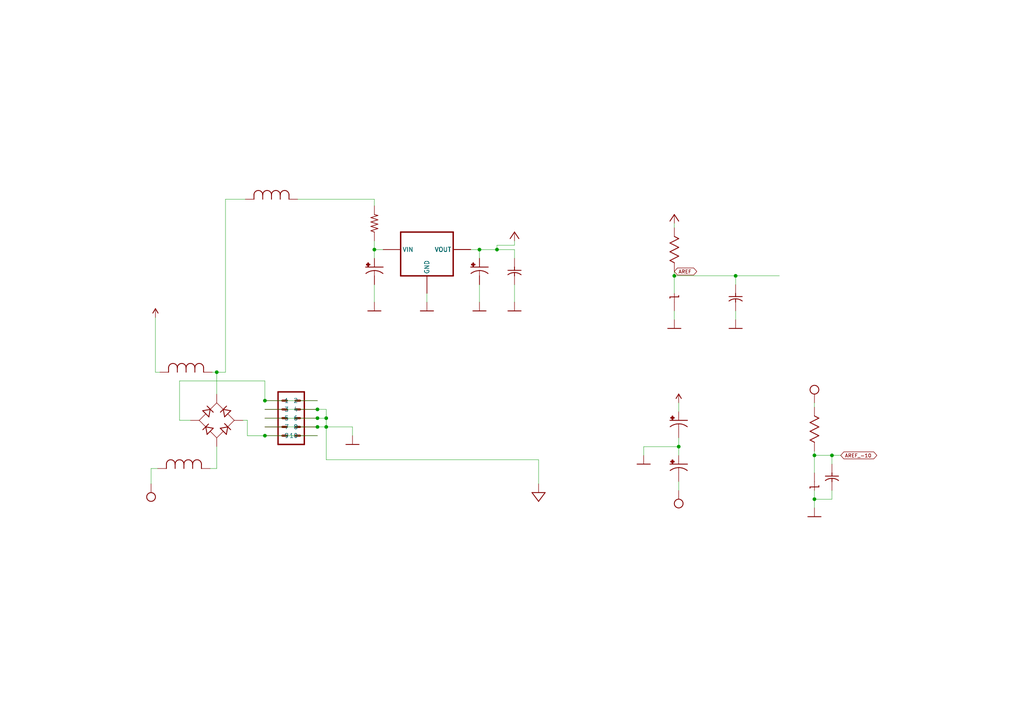
<source format=kicad_sch>
(kicad_sch (version 20231120) (generator "eeschema") (generator_version "8.0")
  (paper "A4")
  (lib_symbols
    (symbol "ubraidsII-eagle-import:+3V3" (power)
      (symbol "+3V3_1_0"
        (polyline (pts (xy 0 0.952) (xy -1.27 -0.952)) (stroke (width 0.254)))
        (polyline (pts (xy 1.27 -0.952) (xy 0 0.952)) (stroke (width 0.254)))
        (pin power_in line (at 0 -1.588 90) (length 2.54) (name "+3V3") (number "1"))
      )
    )
    (symbol "ubraidsII-eagle-import:CAP_0603"
      (symbol "CAP_0603_1_0"
        (polyline (pts (xy -1.27 0) (xy -0.33 0)) (stroke (width 0.25)))
        (polyline (pts (xy -0.33 -1.905) (xy -0.33 1.905)) (stroke (width 0.25)))
        (polyline (pts (xy 0.305 0) (xy 1.27 0)) (stroke (width 0.25)))
        (arc (start 0.944 1.911) (mid 0.3044 0.0001) (end 0.9439 -1.9109) (stroke (width 0.254)))
        (pin passive line (at -3.81 0 0) (length 2.54) (name "1") (number "1"))
        (pin passive line (at 3.81 0 180) (length 2.54) (name "2") (number "2"))
      )
    )
    (symbol "ubraidsII-eagle-import:CPOL-USC"
      (symbol "CPOL-USC_1_0"
        (arc (start 0 -0.334) (mid -1.3021 -0.548) (end -2.467 -1.168) (stroke (width 0.254)))
        (polyline (pts (xy -2.54 0.682) (xy 2.54 0.682)) (stroke (width 0.254)))
        (polyline (pts (xy -2.253 1.349) (xy -1.364 1.349)) (stroke (width 0.333)))
        (polyline (pts (xy -2.253 1.477) (xy -2.253 1.349)) (stroke (width 0.333)))
        (polyline (pts (xy -1.871 0.969) (xy -1.745 0.969)) (stroke (width 0.333)))
        (polyline (pts (xy -1.871 1.858) (xy -1.871 0.969)) (stroke (width 0.333)))
        (polyline (pts (xy -1.745 0.969) (xy -1.745 1.858)) (stroke (width 0.333)))
        (polyline (pts (xy -1.745 1.858) (xy -1.871 1.858)) (stroke (width 0.333)))
        (polyline (pts (xy -1.364 1.349) (xy -1.364 1.477)) (stroke (width 0.333)))
        (polyline (pts (xy -1.364 1.477) (xy -2.253 1.477)) (stroke (width 0.333)))
        (polyline (pts (xy 0 -0.334) (xy 0 -1.858)) (stroke (width 0.152)))
        (arc (start 2.489 -1.172) (mid 1.3157 -0.5374) (end 0 -0.3179) (stroke (width 0.254)))
        (pin passive line (at 0 3.222 270) (length 2.54) (name "+") (number "+"))
        (pin passive line (at 0 -4.398 90) (length 2.54) (name "-") (number "-"))
      )
    )
    (symbol "ubraidsII-eagle-import:CPOL-USD"
      (symbol "CPOL-USD_1_0"
        (arc (start 0 -0.334) (mid -1.3021 -0.548) (end -2.467 -1.168) (stroke (width 0.254)))
        (polyline (pts (xy -2.54 0.682) (xy 2.54 0.682)) (stroke (width 0.254)))
        (polyline (pts (xy -2.253 1.349) (xy -1.364 1.349)) (stroke (width 0.333)))
        (polyline (pts (xy -2.253 1.477) (xy -2.253 1.349)) (stroke (width 0.333)))
        (polyline (pts (xy -1.871 0.969) (xy -1.745 0.969)) (stroke (width 0.333)))
        (polyline (pts (xy -1.871 1.858) (xy -1.871 0.969)) (stroke (width 0.333)))
        (polyline (pts (xy -1.745 0.969) (xy -1.745 1.858)) (stroke (width 0.333)))
        (polyline (pts (xy -1.745 1.858) (xy -1.871 1.858)) (stroke (width 0.333)))
        (polyline (pts (xy -1.364 1.349) (xy -1.364 1.477)) (stroke (width 0.333)))
        (polyline (pts (xy -1.364 1.477) (xy -2.253 1.477)) (stroke (width 0.333)))
        (polyline (pts (xy 0 -0.334) (xy 0 -1.858)) (stroke (width 0.152)))
        (arc (start 2.489 -1.172) (mid 1.3157 -0.5374) (end 0 -0.3179) (stroke (width 0.254)))
        (pin passive line (at 0 3.222 270) (length 2.54) (name "+") (number "+"))
        (pin passive line (at 0 -4.398 90) (length 2.54) (name "-") (number "-"))
      )
    )
    (symbol "ubraidsII-eagle-import:GND" (power)
      (symbol "GND_1_0"
        (polyline (pts (xy -1.905 0) (xy 1.905 0)) (stroke (width 0.254)))
        (pin power_in line (at 0 2.54 270) (length 2.54) (name "GND") (number "1"))
      )
    )
    (symbol "ubraidsII-eagle-import:GND_DIGITAL" (power)
      (symbol "GND_DIGITAL_1_0"
        (polyline (pts (xy -1.905 1.27) (xy 0 -1.27)) (stroke (width 0.25)))
        (polyline (pts (xy -1.905 1.27) (xy 1.905 1.27)) (stroke (width 0.25)))
        (polyline (pts (xy 0 -1.27) (xy 1.905 1.27)) (stroke (width 0.25)))
        (pin power_in line (at 0 3.81 270) (length 2.54) (name "GNDD") (number "1"))
      )
    )
    (symbol "ubraidsII-eagle-import:KMZ1608YHR601BTD25"
      (symbol "KMZ1608YHR601BTD25_1_0"
        (arc (start -2.54 0) (mid -3.81 1.2701) (end -5.08 -0.0001) (stroke (width 0.254)))
        (arc (start 0 0) (mid -1.27 1.2701) (end -2.54 -0.0001) (stroke (width 0.254)))
        (polyline (pts (xy -5.08 -1.27) (xy -5.08 0)) (stroke (width 0.25)))
        (polyline (pts (xy -2.54 -1.27) (xy -2.54 0)) (stroke (width 0.25)))
        (polyline (pts (xy 0 -1.27) (xy 0 0)) (stroke (width 0.25)))
        (polyline (pts (xy 2.54 -1.27) (xy 2.54 0)) (stroke (width 0.25)))
        (polyline (pts (xy 5.08 -1.27) (xy 5.08 0)) (stroke (width 0.25)))
        (arc (start 2.54 0) (mid 1.27 1.2701) (end 0 -0.0001) (stroke (width 0.254)))
        (arc (start 5.08 0) (mid 3.81 1.2701) (end 2.54 -0.0001) (stroke (width 0.254)))
        (pin passive line (at -7.62 -1.27 0) (length 2.54) (name "1") (number "1"))
        (pin passive line (at 7.62 -1.27 180) (length 2.54) (name "2") (number "2"))
      )
    )
    (symbol "ubraidsII-eagle-import:LM4041B12DBZ"
      (symbol "LM4041B12DBZ_1_0"
        (polyline (pts (xy -1.27 0.572) (xy -1.27 0.191)) (stroke (width 0.254)))
        (polyline (pts (xy 0 0.572) (xy -1.27 0.572)) (stroke (width 0.254)))
        (polyline (pts (xy 1.27 0.572) (xy 0 0.572)) (stroke (width 0.254)))
        (polyline (pts (xy 1.27 0.952) (xy 1.27 0.572)) (stroke (width 0.254)))
        (pin passive line (at 0 1.588 270) (length 2.54) (name "C") (number "1"))
        (pin passive line (at 0 -3.492 90) (length 2.54) (name "A") (number "2"))
      )
    )
    (symbol "ubraidsII-eagle-import:LM4041B12DBZ_37"
      (symbol "LM4041B12DBZ_37_1_0"
        (polyline (pts (xy -1.27 -0.952) (xy -1.27 -0.572)) (stroke (width 0.254)))
        (polyline (pts (xy -1.27 -0.572) (xy 0 -0.572)) (stroke (width 0.254)))
        (polyline (pts (xy 0 -0.572) (xy 1.27 -0.572)) (stroke (width 0.254)))
        (polyline (pts (xy 1.27 -0.572) (xy 1.27 -0.191)) (stroke (width 0.254)))
        (pin passive line (at 0 -1.588 90) (length 2.54) (name "C") (number "1"))
        (pin passive line (at 0 3.492 270) (length 2.54) (name "A") (number "2"))
      )
    )
    (symbol "ubraidsII-eagle-import:M05X2PTH"
      (symbol "M05X2PTH_1_0"
        (polyline (pts (xy -3.81 7.62) (xy -3.81 -7.62)) (stroke (width 0.406)))
        (polyline (pts (xy -3.81 7.62) (xy 3.81 7.62)) (stroke (width 0.406)))
        (polyline (pts (xy -1.27 -5.08) (xy -2.54 -5.08)) (stroke (width 0.61)))
        (polyline (pts (xy -1.27 -2.54) (xy -2.54 -2.54)) (stroke (width 0.61)))
        (polyline (pts (xy -1.27 0) (xy -2.54 0)) (stroke (width 0.61)))
        (polyline (pts (xy -1.27 2.54) (xy -2.54 2.54)) (stroke (width 0.61)))
        (polyline (pts (xy -1.27 5.08) (xy -2.54 5.08)) (stroke (width 0.61)))
        (polyline (pts (xy 1.27 -5.08) (xy 2.54 -5.08)) (stroke (width 0.61)))
        (polyline (pts (xy 1.27 -2.54) (xy 2.54 -2.54)) (stroke (width 0.61)))
        (polyline (pts (xy 1.27 0) (xy 2.54 0)) (stroke (width 0.61)))
        (polyline (pts (xy 1.27 2.54) (xy 2.54 2.54)) (stroke (width 0.61)))
        (polyline (pts (xy 1.27 5.08) (xy 2.54 5.08)) (stroke (width 0.61)))
        (polyline (pts (xy 3.81 -7.62) (xy -3.81 -7.62)) (stroke (width 0.406)))
        (polyline (pts (xy 3.81 -7.62) (xy 3.81 7.62)) (stroke (width 0.406)))
        (pin passive line (at -7.62 5.08 0) (length 5.08) (name "1") (number "1"))
        (pin passive line (at 7.62 -5.08 180) (length 5.08) (name "10") (number "10"))
        (pin passive line (at 7.62 5.08 180) (length 5.08) (name "2") (number "2"))
        (pin passive line (at -7.62 2.54 0) (length 5.08) (name "3") (number "3"))
        (pin passive line (at 7.62 2.54 180) (length 5.08) (name "4") (number "4"))
        (pin passive line (at -7.62 0 0) (length 5.08) (name "5") (number "5"))
        (pin passive line (at 7.62 0 180) (length 5.08) (name "6") (number "6"))
        (pin passive line (at -7.62 -2.54 0) (length 5.08) (name "7") (number "7"))
        (pin passive line (at 7.62 -2.54 180) (length 5.08) (name "8") (number "8"))
        (pin passive line (at -7.62 -5.08 0) (length 5.08) (name "9") (number "9"))
      )
    )
    (symbol "ubraidsII-eagle-import:MB1S"
      (symbol "MB1S_1_0"
        (polyline (pts (xy -5.08 0) (xy -3.277 1.803)) (stroke (width 0.152)))
        (polyline (pts (xy -4.064 -2.794) (xy -2.286 -1.016)) (stroke (width 0.254)))
        (polyline (pts (xy -4.064 2.794) (xy -2.286 1.016)) (stroke (width 0.254)))
        (polyline (pts (xy -3.277 -1.803) (xy -5.08 0)) (stroke (width 0.152)))
        (polyline (pts (xy -2.718 -4.039) (xy -0.94 -2.261)) (stroke (width 0.254)))
        (polyline (pts (xy -2.718 4.039) (xy -1.067 2.388)) (stroke (width 0.254)))
        (polyline (pts (xy -1.905 -3.175) (xy -4.064 -2.794)) (stroke (width 0.254)))
        (polyline (pts (xy -1.905 -3.175) (xy -2.286 -1.016)) (stroke (width 0.254)))
        (polyline (pts (xy -1.905 3.175) (xy -4.064 2.794)) (stroke (width 0.254)))
        (polyline (pts (xy -1.905 3.175) (xy -2.286 1.016)) (stroke (width 0.254)))
        (polyline (pts (xy -1.905 3.175) (xy 0 5.08)) (stroke (width 0.152)))
        (polyline (pts (xy 0 -5.08) (xy -1.905 -3.175)) (stroke (width 0.152)))
        (polyline (pts (xy 0 -5.08) (xy 1.803 -3.277)) (stroke (width 0.152)))
        (polyline (pts (xy 0 5.08) (xy 1.803 3.277)) (stroke (width 0.152)))
        (polyline (pts (xy 1.016 -2.286) (xy 2.794 -4.064)) (stroke (width 0.254)))
        (polyline (pts (xy 1.016 2.286) (xy 2.794 4.064)) (stroke (width 0.254)))
        (polyline (pts (xy 2.362 -1.067) (xy 4.14 -2.845)) (stroke (width 0.254)))
        (polyline (pts (xy 2.362 1.016) (xy 4.14 2.794)) (stroke (width 0.254)))
        (polyline (pts (xy 3.175 -1.905) (xy 1.016 -2.286)) (stroke (width 0.254)))
        (polyline (pts (xy 3.175 -1.905) (xy 2.794 -4.064)) (stroke (width 0.254)))
        (polyline (pts (xy 3.175 1.905) (xy 1.016 2.286)) (stroke (width 0.254)))
        (polyline (pts (xy 3.175 1.905) (xy 2.794 4.064)) (stroke (width 0.254)))
        (polyline (pts (xy 3.175 1.905) (xy 5.08 0)) (stroke (width 0.152)))
        (polyline (pts (xy 5.08 0) (xy 3.175 -1.905)) (stroke (width 0.152)))
        (pin passive line (at 7.62 0 180) (length 2.54) (name "+") (number "1"))
        (pin passive line (at -7.62 0 0) (length 2.54) (name "-") (number "2"))
        (pin passive line (at 0 -7.62 90) (length 2.54) (name "AC2") (number "3"))
        (pin passive line (at 0 7.62 270) (length 2.54) (name "AC1") (number "4"))
      )
    )
    (symbol "ubraidsII-eagle-import:R-US_R1206"
      (symbol "R-US_R1206_1_0"
        (polyline (pts (xy -1.016 -2.159) (xy 1.016 -1.524)) (stroke (width 0.203)))
        (polyline (pts (xy -1.016 -0.889) (xy 1.016 -0.254)) (stroke (width 0.203)))
        (polyline (pts (xy -1.016 0.381) (xy 1.016 1.016)) (stroke (width 0.203)))
        (polyline (pts (xy -1.016 1.651) (xy 1.016 2.286)) (stroke (width 0.203)))
        (polyline (pts (xy 0 -2.54) (xy -1.016 -2.159)) (stroke (width 0.203)))
        (polyline (pts (xy 1.016 -1.524) (xy -1.016 -0.889)) (stroke (width 0.203)))
        (polyline (pts (xy 1.016 -0.254) (xy -1.016 0.381)) (stroke (width 0.203)))
        (polyline (pts (xy 1.016 1.016) (xy -1.016 1.651)) (stroke (width 0.203)))
        (polyline (pts (xy 1.016 2.286) (xy 0 2.54)) (stroke (width 0.203)))
        (pin passive line (at 0 -5.08 90) (length 2.54) (name "1") (number "1"))
        (pin passive line (at 0 5.08 270) (length 2.54) (name "2") (number "2"))
      )
    )
    (symbol "ubraidsII-eagle-import:REG1117T"
      (symbol "REG1117T_1_0"
        (polyline (pts (xy -7.62 -6.35) (xy 7.62 -6.35)) (stroke (width 0.406)))
        (polyline (pts (xy -7.62 6.35) (xy -7.62 -6.35)) (stroke (width 0.406)))
        (polyline (pts (xy 7.62 -6.35) (xy 7.62 6.35)) (stroke (width 0.406)))
        (polyline (pts (xy 7.62 6.35) (xy -7.62 6.35)) (stroke (width 0.406)))
        (pin power_in line (at 0 -11.43 90) (length 5.08) (name "GND") (number "1"))
        (pin output line (at 12.7 1.27 180) (length 5.08) (name "VOUT") (number "2"))
        (pin input line (at -12.7 1.27 0) (length 5.08) (name "VIN") (number "3"))
        (pin output line (at 12.7 1.27 180) (length 5.08) (name "VOUT") (number "4"))
      )
    )
    (symbol "ubraidsII-eagle-import:RES_0603"
      (symbol "RES_0603_1_0"
        (polyline (pts (xy -3.81 0) (xy -3.175 1.27)) (stroke (width 0.25)))
        (polyline (pts (xy -3.175 1.27) (xy -1.905 -1.27)) (stroke (width 0.25)))
        (polyline (pts (xy -1.905 -1.27) (xy -0.635 1.27)) (stroke (width 0.25)))
        (polyline (pts (xy -0.635 1.27) (xy 0.635 -1.27)) (stroke (width 0.25)))
        (polyline (pts (xy 0.635 -1.27) (xy 1.905 1.27)) (stroke (width 0.25)))
        (polyline (pts (xy 1.905 1.27) (xy 3.175 -1.27)) (stroke (width 0.25)))
        (polyline (pts (xy 3.175 -1.27) (xy 3.81 0)) (stroke (width 0.25)))
        (pin passive line (at -6.35 0 0) (length 2.54) (name "1") (number "1"))
        (pin passive line (at 6.35 0 180) (length 2.54) (name "2") (number "2"))
      )
    )
    (symbol "ubraidsII-eagle-import:VCC" (power)
      (symbol "VCC_1_0"
        (polyline (pts (xy 0 0.635) (xy -0.762 -0.635)) (stroke (width 0.254)))
        (polyline (pts (xy 0.762 -0.635) (xy 0 0.635)) (stroke (width 0.254)))
        (pin power_in line (at 0 -1.905 90) (length 2.54) (name "VCC") (number "1"))
      )
    )
    (symbol "ubraidsII-eagle-import:VEE" (power)
      (symbol "VEE_1_0"
        (circle (center 0 0) (radius 1.27) (stroke (width 0.254)))
        (pin power_in line (at 0 3.81 270) (length 2.54) (name "VEE") (number "1"))
      )
    )
    (symbol "ubraidsII-eagle-import:VEE_33" (power)
      (symbol "VEE_33_1_0"
        (circle (center 0 0) (radius 1.27) (stroke (width 0.254)))
        (pin power_in line (at 0 -3.81 90) (length 2.54) (name "VEE") (number "1"))
      )
    )
  )
  (junction (at 62.865 107.95))
  (junction (at 92.075 118.745))
  (junction (at 92.075 123.825))
  (junction (at 144.145 72.39))
  (junction (at 236.22 132.08))
  (junction (at 213.36 80.01))
  (junction (at 76.835 116.205))
  (junction (at 196.85 129.54))
  (junction (at 94.615 123.825))
  (junction (at 76.835 126.365))
  (junction (at 236.22 144.78))
  (junction (at 92.075 121.285))
  (junction (at 94.615 121.285))
  (junction (at 139.065 72.39))
  (junction (at 241.3 132.08))
  (junction (at 108.585 72.39))
  (junction (at 195.58 80.01))
  (wire (pts (xy 92.075 118.745) (xy 94.615 118.745)) (stroke (width 0.1)))
  (wire (pts (xy 195.58 80.01) (xy 195.58 85.09)) (stroke (width 0.1)))
  (wire (pts (xy 196.85 127) (xy 196.85 129.54)) (stroke (width 0.1)))
  (wire (pts (xy 139.065 74.93) (xy 139.065 72.39)) (stroke (width 0.1)))
  (wire (pts (xy 108.585 57.785) (xy 108.585 59.69)) (stroke (width 0.1)))
  (wire (pts (xy 213.36 80.01) (xy 195.58 80.01)) (stroke (width 0.1)))
  (wire (pts (xy 102.235 123.825) (xy 102.235 126.365)) (stroke (width 0.1)))
  (wire (pts (xy 92.075 123.825) (xy 76.835 123.825)) (stroke (width 0.1)))
  (wire (pts (xy 139.065 82.55) (xy 139.065 87.63)) (stroke (width 0.1)))
  (wire (pts (xy 123.825 85.09) (xy 123.825 87.63)) (stroke (width 0.1)))
  (wire (pts (xy 76.835 126.365) (xy 92.075 126.365)) (stroke (width 0.1)))
  (wire (pts (xy 108.585 74.93) (xy 108.585 72.39)) (stroke (width 0.1)))
  (wire (pts (xy 71.12 57.785) (xy 65.405 57.785)) (stroke (width 0.1)))
  (wire (pts (xy 76.835 118.745) (xy 92.075 118.745)) (stroke (width 0.1)))
  (wire (pts (xy 45.085 107.95) (xy 46.355 107.95)) (stroke (width 0.1)))
  (wire (pts (xy 236.22 137.16) (xy 236.22 132.08)) (stroke (width 0.1)))
  (wire (pts (xy 149.225 71.12) (xy 144.145 71.12)) (stroke (width 0.1)))
  (wire (pts (xy 241.3 144.78) (xy 236.22 144.78)) (stroke (width 0.1)))
  (wire (pts (xy 149.225 82.55) (xy 149.225 87.63)) (stroke (width 0.1)))
  (wire (pts (xy 94.615 121.285) (xy 94.615 123.825)) (stroke (width 0.1)))
  (wire (pts (xy 241.3 132.08) (xy 236.22 132.08)) (stroke (width 0.1)))
  (wire (pts (xy 94.615 121.285) (xy 92.075 121.285)) (stroke (width 0.1)))
  (wire (pts (xy 144.145 71.12) (xy 144.145 72.39)) (stroke (width 0.1)))
  (wire (pts (xy 196.85 129.54) (xy 186.69 129.54)) (stroke (width 0.1)))
  (wire (pts (xy 62.865 129.54) (xy 62.865 135.89)) (stroke (width 0.1)))
  (wire (pts (xy 196.85 119.38) (xy 196.85 116.84)) (stroke (width 0.1)))
  (wire (pts (xy 186.69 129.54) (xy 186.69 132.08)) (stroke (width 0.1)))
  (wire (pts (xy 62.865 135.89) (xy 60.96 135.89)) (stroke (width 0.1)))
  (wire (pts (xy 196.85 129.54) (xy 196.85 132.08)) (stroke (width 0.1)))
  (wire (pts (xy 108.585 69.85) (xy 108.585 72.39)) (stroke (width 0.1)))
  (wire (pts (xy 94.615 118.745) (xy 94.615 121.285)) (stroke (width 0.1)))
  (wire (pts (xy 65.405 57.785) (xy 65.405 107.95)) (stroke (width 0.1)))
  (wire (pts (xy 108.585 82.55) (xy 108.585 87.63)) (stroke (width 0.1)))
  (wire (pts (xy 94.615 123.825) (xy 92.075 123.825)) (stroke (width 0.1)))
  (wire (pts (xy 195.58 64.77) (xy 195.58 66.04)) (stroke (width 0.1)))
  (wire (pts (xy 149.225 72.39) (xy 149.225 74.93)) (stroke (width 0.1)))
  (wire (pts (xy 43.815 135.89) (xy 43.815 140.335)) (stroke (width 0.1)))
  (wire (pts (xy 76.835 116.205) (xy 92.075 116.205)) (stroke (width 0.1)))
  (wire (pts (xy 195.58 78.74) (xy 195.58 80.01)) (stroke (width 0.1)))
  (wire (pts (xy 139.065 72.39) (xy 144.145 72.39)) (stroke (width 0.1)))
  (wire (pts (xy 236.22 142.24) (xy 236.22 144.78)) (stroke (width 0.1)))
  (wire (pts (xy 196.85 139.7) (xy 196.85 142.24)) (stroke (width 0.1)))
  (wire (pts (xy 149.225 69.85) (xy 149.225 71.12)) (stroke (width 0.1)))
  (wire (pts (xy 86.36 57.785) (xy 108.585 57.785)) (stroke (width 0.1)))
  (wire (pts (xy 241.3 142.24) (xy 241.3 144.78)) (stroke (width 0.1)))
  (wire (pts (xy 62.865 114.3) (xy 62.865 107.95)) (stroke (width 0.1)))
  (wire (pts (xy 52.07 110.49) (xy 52.07 121.92)) (stroke (width 0.1)))
  (wire (pts (xy 92.075 121.285) (xy 76.835 121.285)) (stroke (width 0.1)))
  (wire (pts (xy 136.525 72.39) (xy 139.065 72.39)) (stroke (width 0.1)))
  (wire (pts (xy 236.22 132.08) (xy 236.22 130.81)) (stroke (width 0.1)))
  (wire (pts (xy 71.755 126.365) (xy 71.755 121.92)) (stroke (width 0.1)))
  (wire (pts (xy 76.835 116.205) (xy 76.835 110.49)) (stroke (width 0.1)))
  (wire (pts (xy 243.84 132.08) (xy 241.3 132.08)) (stroke (width 0.1)))
  (wire (pts (xy 236.22 144.78) (xy 236.22 147.32)) (stroke (width 0.1)))
  (wire (pts (xy 144.145 72.39) (xy 149.225 72.39)) (stroke (width 0.1)))
  (wire (pts (xy 94.615 133.35) (xy 94.615 123.825)) (stroke (width 0.1)))
  (wire (pts (xy 76.835 110.49) (xy 52.07 110.49)) (stroke (width 0.1)))
  (wire (pts (xy 65.405 107.95) (xy 62.865 107.95)) (stroke (width 0.1)))
  (wire (pts (xy 241.3 132.08) (xy 241.3 134.62)) (stroke (width 0.1)))
  (wire (pts (xy 156.21 133.35) (xy 94.615 133.35)) (stroke (width 0.1)))
  (wire (pts (xy 213.36 82.55) (xy 213.36 80.01)) (stroke (width 0.1)))
  (wire (pts (xy 156.21 140.335) (xy 156.21 133.35)) (stroke (width 0.1)))
  (wire (pts (xy 236.22 118.11) (xy 236.22 116.84)) (stroke (width 0.1)))
  (wire (pts (xy 45.72 135.89) (xy 43.815 135.89)) (stroke (width 0.1)))
  (wire (pts (xy 213.36 80.01) (xy 226.06 80.01)) (stroke (width 0.1)))
  (wire (pts (xy 195.58 90.17) (xy 195.58 92.71)) (stroke (width 0.1)))
  (wire (pts (xy 45.085 107.95) (xy 45.085 92.075)) (stroke (width 0.1)))
  (wire (pts (xy 76.835 126.365) (xy 71.755 126.365)) (stroke (width 0.1)))
  (wire (pts (xy 94.615 123.825) (xy 102.235 123.825)) (stroke (width 0.1)))
  (wire (pts (xy 71.755 121.92) (xy 70.485 121.92)) (stroke (width 0.1)))
  (wire (pts (xy 213.36 90.17) (xy 213.36 92.71)) (stroke (width 0.1)))
  (wire (pts (xy 52.07 121.92) (xy 55.245 121.92)) (stroke (width 0.1)))
  (wire (pts (xy 108.585 72.39) (xy 111.125 72.39)) (stroke (width 0.1)))
  (wire (pts (xy 62.865 107.95) (xy 61.595 107.95)) (stroke (width 0.1)))
  (global_label "AREF" (shape bidirectional) (at 195.58 78.74 0) (effects (font (size 1.016 1.016))) (property "Intersheetrefs" "${INTERSHEET_REFS}" (effects (hide yes))))
  (global_label "AREF_-10" (shape bidirectional) (at 243.84 132.08 0) (effects (font (size 1.016 1.016))) (property "Intersheetrefs" "${INTERSHEET_REFS}" (effects (hide yes))))
  (symbol (lib_id "ubraidsII-eagle-import:+3V3") (at 149.225 68.263 0) (unit 1)
    (property "Reference" "#+3V6" (effects (hide yes)))
    (property "Value" "+3V3" (effects (hide yes)))
  )
  (symbol (lib_id "ubraidsII-eagle-import:CPOL-USC") (at 108.585 78.152 0) (unit 1)
    (property "Reference" "C19" (effects (hide yes)))
    (property "Value" "22u" (effects (hide yes)))
    (property "Footprint" "ubraidsII:PANASONIC_C" (effects (hide yes)))
  )
  (symbol (lib_id "ubraidsII-eagle-import:GND") (at 236.22 149.86 0) (unit 1)
    (property "Reference" "#GND69" (effects (hide yes)))
    (property "Value" "GND" (effects (hide yes)))
  )
  (symbol (lib_id "ubraidsII-eagle-import:VCC") (at 45.085 90.17 0) (unit 1)
    (property "Reference" "#P+2" (effects (hide yes)))
    (property "Value" "VCC" (effects (hide yes)))
  )
  (symbol (lib_id "ubraidsII-eagle-import:VEE") (at 43.815 144.145 0) (unit 1)
    (property "Reference" "#SUPPLY1" (effects (hide yes)))
    (property "Value" "VEE" (effects (hide yes)))
  )
  (symbol (lib_id "ubraidsII-eagle-import:GND") (at 123.825 90.17 0) (unit 1)
    (property "Reference" "#GND34" (effects (hide yes)))
    (property "Value" "GND" (effects (hide yes)))
  )
  (symbol (lib_id "ubraidsII-eagle-import:RES_0603") (at 236.22 124.46 270) (unit 1)
    (property "Reference" "R51" (effects (hide yes)))
    (property "Value" "330" (effects (hide yes)))
    (property "Footprint" "ubraidsII:RES_0603" (effects (hide yes)))
  )
  (symbol (lib_id "ubraidsII-eagle-import:CAP_0603") (at 241.3 138.43 270) (unit 1)
    (property "Reference" "C26" (effects (hide yes)))
    (property "Value" "100n" (effects (hide yes)))
    (property "Footprint" "ubraidsII:CAP_0603" (effects (hide yes)))
  )
  (symbol (lib_id "ubraidsII-eagle-import:KMZ1608YHR601BTD25") (at 78.74 56.515 0) (unit 1)
    (property "Reference" "L4" (effects (hide yes)))
    (property "Value" "KMZ1608YHR601BTD25" (effects (hide yes)))
    (property "Footprint" "ubraidsII:IND_0603" (effects (hide yes)))
  )
  (symbol (lib_id "ubraidsII-eagle-import:CPOL-USD") (at 196.85 135.302 0) (unit 1)
    (property "Reference" "C30" (effects (hide yes)))
    (property "Value" "47u" (effects (hide yes)))
    (property "Footprint" "ubraidsII:PANASONIC_D" (effects (hide yes)))
  )
  (symbol (lib_id "ubraidsII-eagle-import:VEE_33") (at 236.22 113.03 0) (unit 1)
    (property "Reference" "#SUPPLY3" (effects (hide yes)))
    (property "Value" "VEE" (effects (hide yes)))
  )
  (symbol (lib_id "ubraidsII-eagle-import:CAP_0603") (at 149.225 78.74 270) (unit 1)
    (property "Reference" "C4" (effects (hide yes)))
    (property "Value" "100n" (effects (hide yes)))
    (property "Footprint" "ubraidsII:CAP_0603" (effects (hide yes)))
  )
  (symbol (lib_id "ubraidsII-eagle-import:GND") (at 195.58 95.25 0) (unit 1)
    (property "Reference" "#GND40" (effects (hide yes)))
    (property "Value" "GND" (effects (hide yes)))
  )
  (symbol (lib_id "ubraidsII-eagle-import:KMZ1608YHR601BTD25") (at 53.34 134.62 0) (unit 1)
    (property "Reference" "L1" (effects (hide yes)))
    (property "Value" "KMZ1608YHR601BTD25" (effects (hide yes)))
    (property "Footprint" "ubraidsII:IND_0603" (effects (hide yes)))
  )
  (symbol (lib_id "ubraidsII-eagle-import:CPOL-USC") (at 139.065 78.152 0) (unit 1)
    (property "Reference" "C15" (effects (hide yes)))
    (property "Value" "22u" (effects (hide yes)))
    (property "Footprint" "ubraidsII:PANASONIC_C" (effects (hide yes)))
  )
  (symbol (lib_id "ubraidsII-eagle-import:VCC") (at 196.85 114.935 0) (unit 1)
    (property "Reference" "#P+3" (effects (hide yes)))
    (property "Value" "VCC" (effects (hide yes)))
  )
  (symbol (lib_id "ubraidsII-eagle-import:RES_0603") (at 195.58 72.39 270) (unit 1)
    (property "Reference" "R23" (effects (hide yes)))
    (property "Value" "1.0k" (effects (hide yes)))
    (property "Footprint" "ubraidsII:RES_0603" (effects (hide yes)))
  )
  (symbol (lib_id "ubraidsII-eagle-import:VEE") (at 196.85 146.05 0) (unit 1)
    (property "Reference" "#SUPPLY2" (effects (hide yes)))
    (property "Value" "VEE" (effects (hide yes)))
  )
  (symbol (lib_id "ubraidsII-eagle-import:KMZ1608YHR601BTD25") (at 53.975 106.68 0) (unit 1)
    (property "Reference" "L2" (effects (hide yes)))
    (property "Value" "KMZ1608YHR601BTD25" (effects (hide yes)))
    (property "Footprint" "ubraidsII:IND_0603" (effects (hide yes)))
  )
  (symbol (lib_id "ubraidsII-eagle-import:GND") (at 213.36 95.25 0) (unit 1)
    (property "Reference" "#GND41" (effects (hide yes)))
    (property "Value" "GND" (effects (hide yes)))
  )
  (symbol (lib_id "ubraidsII-eagle-import:CPOL-USD") (at 196.85 122.602 0) (unit 1)
    (property "Reference" "C25" (effects (hide yes)))
    (property "Value" "47u" (effects (hide yes)))
    (property "Footprint" "ubraidsII:PANASONIC_D" (effects (hide yes)))
  )
  (symbol (lib_id "ubraidsII-eagle-import:+3V3") (at 195.58 63.182 0) (unit 1)
    (property "Reference" "#+3V17" (effects (hide yes)))
    (property "Value" "+3V3" (effects (hide yes)))
  )
  (symbol (lib_id "ubraidsII-eagle-import:CAP_0603") (at 213.36 86.36 270) (unit 1)
    (property "Reference" "C8" (effects (hide yes)))
    (property "Value" "470n" (effects (hide yes)))
    (property "Footprint" "ubraidsII:CAP_0603" (effects (hide yes)))
  )
  (symbol (lib_id "ubraidsII-eagle-import:GND_DIGITAL") (at 156.21 144.145 0) (unit 1)
    (property "Reference" "#NetPort11" (effects (hide yes)))
    (property "Value" "GND_DIGITAL" (effects (hide yes)))
  )
  (symbol (lib_id "ubraidsII-eagle-import:GND") (at 108.585 90.17 0) (unit 1)
    (property "Reference" "#GND43" (effects (hide yes)))
    (property "Value" "GND" (effects (hide yes)))
  )
  (symbol (lib_id "ubraidsII-eagle-import:LM4041B12DBZ") (at 195.58 86.677 0) (unit 1)
    (property "Reference" "IC3" (effects (hide yes)))
    (property "Value" "LM4040B25" (effects (hide yes)))
    (property "Footprint" "ubraidsII:DBZ_R-PDSO-G3" (effects (hide yes)))
  )
  (symbol (lib_id "ubraidsII-eagle-import:GND") (at 149.225 90.17 0) (unit 1)
    (property "Reference" "#GND36" (effects (hide yes)))
    (property "Value" "GND" (effects (hide yes)))
  )
  (symbol (lib_id "ubraidsII-eagle-import:GND") (at 102.235 128.905 0) (unit 1)
    (property "Reference" "#GND1" (effects (hide yes)))
    (property "Value" "GND" (effects (hide yes)))
  )
  (symbol (lib_id "ubraidsII-eagle-import:GND") (at 139.065 90.17 0) (unit 1)
    (property "Reference" "#GND35" (effects (hide yes)))
    (property "Value" "GND" (effects (hide yes)))
  )
  (symbol (lib_id "ubraidsII-eagle-import:REG1117T") (at 123.825 73.66 0) (unit 1)
    (property "Reference" "IC6" (effects (hide yes)))
    (property "Value" "LM1117-3.3" (effects (hide yes)))
    (property "Footprint" "ubraidsII:SOT223-4" (effects (hide yes)))
  )
  (symbol (lib_id "ubraidsII-eagle-import:M05X2PTH") (at 84.455 121.285 0) (unit 1)
    (property "Reference" "JP1" (effects (hide yes)))
    (property "Value" "M05X2PTH" (effects (hide yes)))
    (property "Footprint" "ubraidsII:AVR_ICSP" (effects (hide yes)))
  )
  (symbol (lib_id "ubraidsII-eagle-import:MB1S") (at 62.865 121.92 90) (unit 1)
    (property "Reference" "D3" (effects (hide yes)))
    (property "Value" "MB1S" (effects (hide yes)))
    (property "Footprint" "ubraidsII:SOP-4_6.5x2.54" (effects (hide yes)))
  )
  (symbol (lib_id "ubraidsII-eagle-import:LM4041B12DBZ_37") (at 236.22 140.652 0) (unit 1)
    (property "Reference" "IC8" (effects (hide yes)))
    (property "Value" "LM4040B10" (effects (hide yes)))
    (property "Footprint" "ubraidsII:DBZ_R-PDSO-G3" (effects (hide yes)))
  )
  (symbol (lib_id "ubraidsII-eagle-import:GND") (at 186.69 134.62 0) (unit 1)
    (property "Reference" "#GND2" (effects (hide yes)))
    (property "Value" "GND" (effects (hide yes)))
  )
  (symbol (lib_id "ubraidsII-eagle-import:R-US_R1206") (at 108.585 64.77 0) (unit 1)
    (property "Reference" "R49" (effects (hide yes)))
    (property "Value" "4.7" (effects (hide yes)))
    (property "Footprint" "ubraidsII:R1206" (effects (hide yes)))
  )
)
</source>
